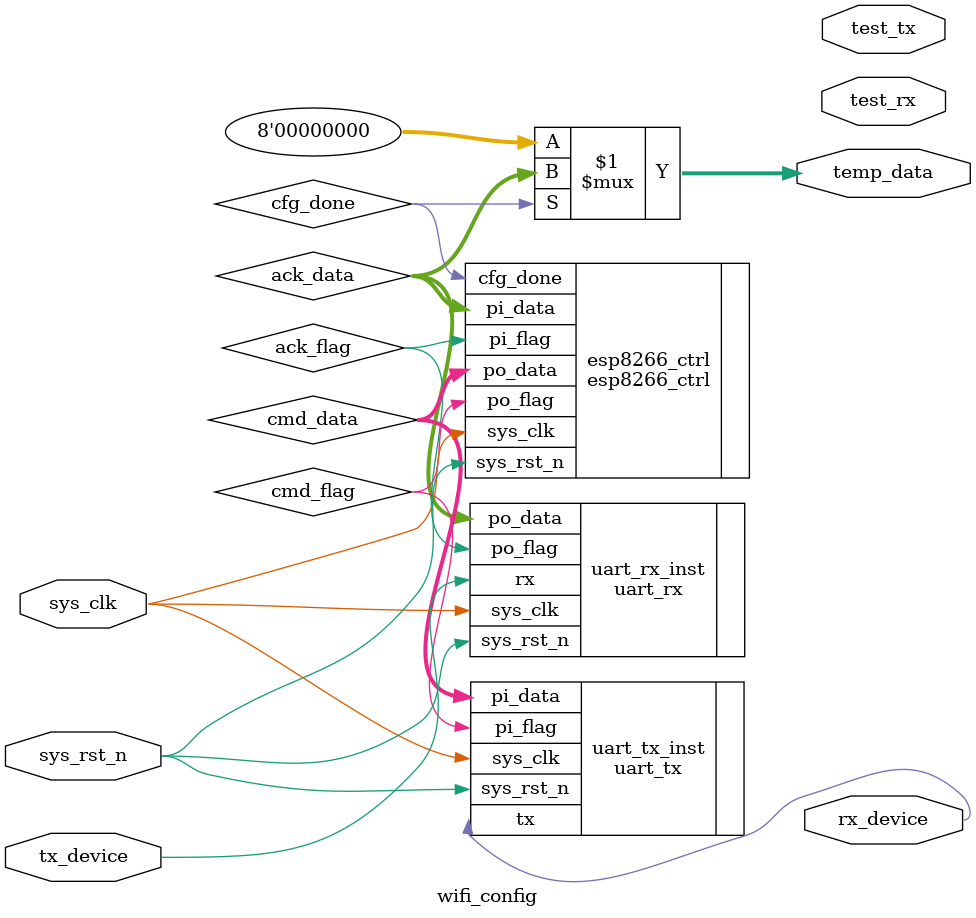
<source format=v>
module  wifi_config
(
	input	wire			sys_clk		,	//系统时钟，频率为50MHZ
	input	wire			sys_rst_n	,	//系统复位，低电平有效
	input	wire			tx_device	,	//esp8266数据发送引脚
	output	wire	[7:0]	temp_data	,
	output	wire			rx_device	,	//esp8266数据接收引脚
	output	wire			test_rx		,	//FPGA接收到的数据测试，连接TTL_1—TX端口
	output	wire			test_tx			//FPGA发送的数据测试，连接TTL_2-TX端口
);

parameter	CLK_FRE		=	'd50_000_000									,	//时钟频率
			BAUD_RATE	=	'd115200										,	//串口通信波特率
			INSTR_0		=	"+++"											,	//退出透传模式指令
			INSTR_1		=	"AT+SAVETRANSLINK=0"							,	//设置上电不进入透传
			INSTR_2		=	"AT+CWMODE=1"									,	//设置wifi模式
			INSTR_3		=	"AT+RST"										,	//重启生效
			INSTR_4		=	"AT+CWJAP=\"AspyRain\",\"Lxr20030106\""				,	//连接wifi，wifi名称“FPGA”，密码“00000001”
			INSTR_5		=	"AT+CIFSR"										,	//查询模块IP
			INSTR_6		=	"AT+CIPSTART=\"TCP\",\"192.168.233.191\",8080"	,	//连接TCP服务器，IP地址192.168.135.107，端口号8888
			INSTR_7		=	"AT+CIPMODE=1"									,	//开始透传模式
			INSTR_8		=	"AT+CIPSEND"									,	//开始透传
			INSTR_9     = "GET http://192.168.233.191:8080/weather/getTemp"	,
			ACK_OK		=	"OK"											,	//响应的OK数据	
			ACK_ADD		=	"++"											,	//退出透传模式标志
			ACK_END		=	16'h0d0a										;	//响应_回车+换行

wire	[7:0]	ack_data	;	//esp8266响应的数据
wire			ack_flag	;	//与响应数据同步的标志信号
wire	[7:0]	cmd_data	;	//FPGA生成的指令数据
wire			cmd_flag	;	//与指令数据同步的标志信号
wire			cfg_done	;	//配置完成信号

assign temp_data = (cfg_done)?ack_data:8'b0;

esp8266_ctrl
#(
	.BAUD_RATE	(BAUD_RATE	),
	.INSTR_0	(INSTR_0	),
	.INSTR_1	(INSTR_1	),
	.INSTR_2	(INSTR_2	),
	.INSTR_3	(INSTR_3	),
	.INSTR_4	(INSTR_4	),
	.INSTR_5	(INSTR_5	),
	.INSTR_6	(INSTR_6	),
	.INSTR_7	(INSTR_7	),
	.INSTR_8	(INSTR_8	),
	.ACK_OK		(ACK_OK		),
	.ACK_ADD	(ACK_ADD	),
	.ACK_END	(ACK_END	)
)
esp8266_ctrl
(
	.sys_clk		(sys_clk	),	
	.sys_rst_n		(sys_rst_n	),	
	.pi_data		(ack_data	),	
	.pi_flag		(ack_flag	),	
	.po_data		(cmd_data	),	
	.po_flag		(cmd_flag	),	
	.cfg_done	    (cfg_done	)
);

uart_tx
#(
	.CLK_FRE	(CLK_FRE	),
	.BAUD_RATE	(BAUD_RATE	)
)
uart_tx_inst
(
	.sys_clk	(sys_clk	),	
	.sys_rst_n	(sys_rst_n	),	
	.pi_data	(cmd_data	),	
	.pi_flag	(cmd_flag	),	
	.tx			(rx_device	)
);

uart_rx
#(
	.CLK_FRE	(CLK_FRE	),
	.BAUD_RATE	(BAUD_RATE	)
)
uart_rx_inst
(
	.sys_clk	(sys_clk	),	
	.sys_rst_n	(sys_rst_n	),	
	.rx			(tx_device	),	
	.po_data	(ack_data	),	
	.po_flag	(ack_flag	)	
);


endmodule
</source>
